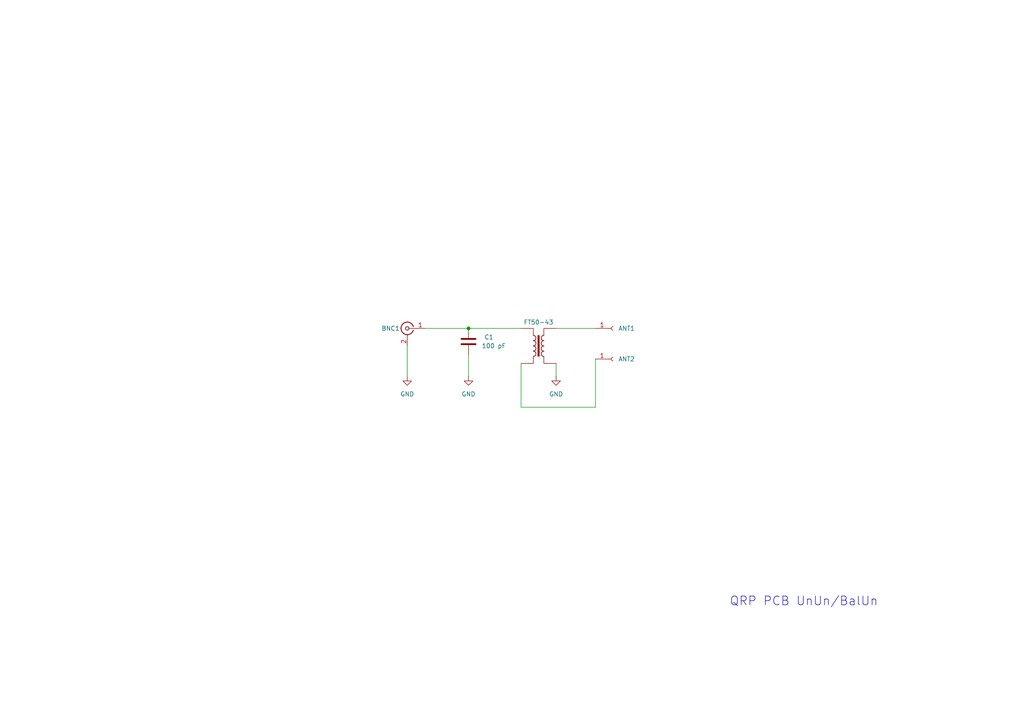
<source format=kicad_sch>
(kicad_sch (version 20231120) (generator "eeschema") (generator_version "8.0")
  (paper "A4")
  (lib_symbols
    (symbol "Connector:Conn_01x01_Socket" (pin_names (offset 1.016) hide)
      (property "Reference" "J" (at 0 2.54 0))
      (property "Value" "Conn_01x01_Socket" (at 0 -2.54 0))
      (symbol "Conn_01x01_Socket_1_1"
        (polyline (pts (xy -1.27 0) (xy -0.508 0)) (stroke (width 0.1524)))
        (arc (start 0 0.508) (mid -0.5058 0) (end 0 -0.508) (stroke (width 0.1524)))
        (pin passive line (at -5.08 0 0) (length 3.81) (name "Pin_1") (number "1"))
      )
    )
    (symbol "Connector:Conn_Coaxial" (pin_names (offset 1.016) hide)
      (property "Reference" "J" (at 0.254 3.048 0))
      (property "Value" "Conn_Coaxial" (at 2.921 0 90))
      (symbol "Conn_Coaxial_0_1"
        (arc (start -1.778 -0.508) (mid 0.2311 -1.8066) (end 1.778 0) (stroke (width 0.254)))
        (polyline (pts (xy -2.54 0) (xy -0.508 0)))
        (polyline (pts (xy 0 -2.54) (xy 0 -1.778)))
        (circle (center 0 0) (radius 0.508) (stroke (width 0.2032)))
        (arc (start 1.778 0) (mid 0.2099 1.8101) (end -1.778 0.508) (stroke (width 0.254)))
      )
      (symbol "Conn_Coaxial_1_1"
        (pin passive line (at -5.08 0 0) (length 2.54) (name "In") (number "1"))
        (pin passive line (at 0 -5.08 90) (length 2.54) (name "Ext") (number "2"))
      )
    )
    (symbol "Device:C" (pin_numbers hide) (pin_names (offset 0.254))
      (property "Reference" "C" (at 0.635 2.54 0))
      (property "Value" "C" (at 0.635 -2.54 0))
      (symbol "C_0_1"
        (polyline (pts (xy -2.032 -0.762) (xy 2.032 -0.762)) (stroke (width 0.508)))
        (polyline (pts (xy -2.032 0.762) (xy 2.032 0.762)) (stroke (width 0.508)))
      )
      (symbol "C_1_1"
        (pin passive line (at 0 3.81 270) (length 2.794) (name "~") (number "1"))
        (pin passive line (at 0 -3.81 90) (length 2.794) (name "~") (number "2"))
      )
    )
    (symbol "Transformer:TRANSF1" (pin_numbers hide) (pin_names (offset 0))
      (property "Reference" "TR" (at 0 6.35 0))
      (property "Value" "TRANSF1" (at 0 -6.35 0))
      (symbol "TRANSF1_0_1"
        (arc (start -1.524 -3.048) (mid -0.7653 -2.286) (end -1.524 -1.524) (stroke (width 0.2032)))
        (arc (start -1.524 -1.524) (mid -0.7653 -0.762) (end -1.524 0) (stroke (width 0.2032)))
        (arc (start -1.524 0) (mid -0.7653 0.762) (end -1.524 1.524) (stroke (width 0.2032)))
        (arc (start -1.524 1.524) (mid -0.7653 2.286) (end -1.524 3.048) (stroke (width 0.2032)))
        (rectangle (start -0.254 3.048) (end 0.254 -3.048) (stroke (width 0.0254)) (fill (type outline)))
        (polyline (pts (xy -2.54 5.08) (xy -1.524 5.08) (xy -1.524 3.048) (xy -1.524 3.048)) (stroke (width 0.1524)))
        (polyline (pts (xy -1.524 -3.048) (xy -1.524 -5.08) (xy -2.54 -5.08) (xy -2.54 -5.08)) (stroke (width 0.1524)))
        (polyline (pts (xy 1.524 3.048) (xy 1.524 5.08) (xy 2.54 5.08) (xy 2.54 5.08)) (stroke (width 0.1524)))
        (polyline (pts (xy 2.54 -5.08) (xy 1.524 -5.08) (xy 1.524 -3.048) (xy 1.524 -3.048)) (stroke (width 0.1524)))
        (arc (start 1.524 -1.524) (mid 0.7653 -2.286) (end 1.524 -3.048) (stroke (width 0.2032)))
        (arc (start 1.524 0) (mid 0.7653 -0.762) (end 1.524 -1.524) (stroke (width 0.2032)))
        (arc (start 1.524 1.524) (mid 0.7653 0.762) (end 1.524 0) (stroke (width 0.2032)))
        (arc (start 1.524 3.048) (mid 0.7653 2.286) (end 1.524 1.524) (stroke (width 0.2032)))
      )
      (symbol "TRANSF1_1_1"
        (pin passive line (at -5.08 5.08 0) (length 2.54) (name "~") (number "1"))
        (pin passive line (at -5.08 -5.08 0) (length 2.54) (name "~") (number "2"))
        (pin passive line (at 5.08 -5.08 180) (length 2.54) (name "~") (number "3"))
        (pin passive line (at 5.08 5.08 180) (length 2.54) (name "~") (number "4"))
      )
    )
    (symbol "power:GND" (power) (pin_numbers hide) (pin_names (offset 0) hide)
      (property "Value" "GND" (at 0 -3.81 0))
      (symbol "GND_0_1"
        (polyline (pts (xy 0 0) (xy 0 -1.27) (xy 1.27 -1.27) (xy 0 -2.54) (xy -1.27 -1.27) (xy 0 -1.27)))
      )
      (symbol "GND_1_1"
        (pin power_in line (at 0 0 270) (length 0) (name "~") (number "1"))
      )
    )
  )
  (junction (at 135.89 95.25))
  (wire (pts (xy 135.89 102.87) (xy 135.89 109.22)))
  (wire (pts (xy 123.19 95.25) (xy 135.89 95.25)))
  (wire (pts (xy 161.29 105.41) (xy 161.29 109.22)))
  (wire (pts (xy 151.13 118.11) (xy 172.72 118.11)))
  (wire (pts (xy 161.29 95.25) (xy 172.72 95.25)))
  (wire (pts (xy 135.89 95.25) (xy 151.13 95.25)))
  (wire (pts (xy 172.72 118.11) (xy 172.72 104.14)))
  (wire (pts (xy 151.13 105.41) (xy 151.13 118.11)))
  (wire (pts (xy 118.11 100.33) (xy 118.11 109.22)))
  (text "QRP PCB UnUn/BalUn" (at 233.172 174.498 0) (effects (font (size 2.54 2.54))))
  (symbol (lib_id "Transformer:TRANSF1") (at 156.21 100.33 180) (unit 1)
    (property "Reference" "FT50-43" (at 156.21 93.472 0))
    (property "Value" "FT50 - 43" (effects (hide yes)))
    (property "Footprint" "Transformer_THT:Transformer_Toroid_Horizontal_D12.5mm_Amidon-T44" (effects (hide yes)))
  )
  (symbol (lib_id "Connector:Conn_Coaxial") (at 118.11 95.25 0) (mirror y) (unit 1)
    (property "Reference" "BNC1" (at 113.284 95.25 0))
    (property "Footprint" "Connector_Coaxial:BNC_Amphenol_B6252HB-NPP3G-50_Horizontal" (effects (hide yes)))
    (property "Description" "coaxial connector (BNC, SMA, SMB, SMC, Cinch/RCA, LEMO, ...)" (effects (hide yes)))
  )
  (symbol (lib_id "power:GND") (at 118.11 109.22 0) (unit 1)
    (property "Reference" "#PWR01" (effects (hide yes)))
    (property "Value" "GND" (at 118.11 114.3 0))
    (property "Description" "Power symbol creates a global label with name \"GND\" , ground" (effects (hide yes)))
  )
  (symbol (lib_id "Connector:Conn_01x01_Socket") (at 177.8 104.14 0) (unit 1)
    (property "Reference" "ANT2" (at 179.324 104.14 0) (effects (justify left)))
    (property "Value" "Conn_01x01_Socket" (effects (hide yes)))
    (property "Footprint" "Connector_Wire:SolderWire-0.5sqmm_1x01_D0.9mm_OD2.1mm" (effects (hide yes)))
    (property "Description" "Generic connector, single row, 01x01, script generated" (effects (hide yes)))
  )
  (symbol (lib_id "power:GND") (at 161.29 109.22 0) (unit 1)
    (property "Reference" "#PWR03" (effects (hide yes)))
    (property "Value" "GND" (at 161.29 114.3 0))
    (property "Description" "Power symbol creates a global label with name \"GND\" , ground" (effects (hide yes)))
  )
  (symbol (lib_id "power:GND") (at 135.89 109.22 0) (unit 1)
    (property "Reference" "#PWR02" (effects (hide yes)))
    (property "Value" "GND" (at 135.89 114.3 0))
    (property "Description" "Power symbol creates a global label with name \"GND\" , ground" (effects (hide yes)))
  )
  (symbol (lib_id "Device:C") (at 135.89 99.06 0) (unit 1)
    (property "Reference" "C1" (at 140.462 97.79 0) (effects (justify left)))
    (property "Value" "100 pF" (at 139.7 100.3299 0) (effects (justify left)))
    (property "Footprint" "Capacitor_THT:C_Disc_D5.0mm_W2.5mm_P5.00mm" (effects (hide yes)))
    (property "Description" "Unpolarized capacitor" (effects (hide yes)))
  )
  (symbol (lib_id "Connector:Conn_01x01_Socket") (at 177.8 95.25 0) (unit 1)
    (property "Reference" "ANT1" (at 179.324 95.25 0) (effects (justify left)))
    (property "Value" "Conn_01x01_Socket" (effects (hide yes)))
    (property "Footprint" "Connector_Wire:SolderWire-0.5sqmm_1x01_D0.9mm_OD2.1mm" (effects (hide yes)))
    (property "Description" "Generic connector, single row, 01x01, script generated" (effects (hide yes)))
  )
)
</source>
